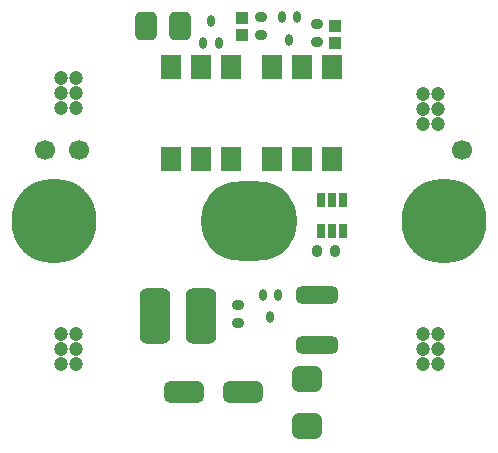
<source format=gts>
G04*
G04 #@! TF.GenerationSoftware,Altium Limited,Altium Designer,20.1.8 (145)*
G04*
G04 Layer_Color=8388736*
%FSTAX43Y43*%
%MOMM*%
G71*
G04*
G04 #@! TF.SameCoordinates,F520C443-D289-43A5-AF8C-D66C243BB58F*
G04*
G04*
G04 #@! TF.FilePolarity,Negative*
G04*
G01*
G75*
G04:AMPARAMS|DCode=16|XSize=4.8mm|YSize=2.6mm|CornerRadius=0.7mm|HoleSize=0mm|Usage=FLASHONLY|Rotation=270.000|XOffset=0mm|YOffset=0mm|HoleType=Round|Shape=RoundedRectangle|*
%AMROUNDEDRECTD16*
21,1,4.800,1.200,0,0,270.0*
21,1,3.400,2.600,0,0,270.0*
1,1,1.400,-0.600,-1.700*
1,1,1.400,-0.600,1.700*
1,1,1.400,0.600,1.700*
1,1,1.400,0.600,-1.700*
%
%ADD16ROUNDEDRECTD16*%
G04:AMPARAMS|DCode=17|XSize=1.8mm|YSize=3.4mm|CornerRadius=0.5mm|HoleSize=0mm|Usage=FLASHONLY|Rotation=90.000|XOffset=0mm|YOffset=0mm|HoleType=Round|Shape=RoundedRectangle|*
%AMROUNDEDRECTD17*
21,1,1.800,2.400,0,0,90.0*
21,1,0.800,3.400,0,0,90.0*
1,1,1.000,1.200,0.400*
1,1,1.000,1.200,-0.400*
1,1,1.000,-1.200,-0.400*
1,1,1.000,-1.200,0.400*
%
%ADD17ROUNDEDRECTD17*%
%ADD18R,1.000X1.050*%
G04:AMPARAMS|DCode=19|XSize=0.95mm|YSize=0.8mm|CornerRadius=0.25mm|HoleSize=0mm|Usage=FLASHONLY|Rotation=180.000|XOffset=0mm|YOffset=0mm|HoleType=Round|Shape=RoundedRectangle|*
%AMROUNDEDRECTD19*
21,1,0.950,0.300,0,0,180.0*
21,1,0.450,0.800,0,0,180.0*
1,1,0.500,-0.225,0.150*
1,1,0.500,0.225,0.150*
1,1,0.500,0.225,-0.150*
1,1,0.500,-0.225,-0.150*
%
%ADD19ROUNDEDRECTD19*%
G04:AMPARAMS|DCode=20|XSize=2.45mm|YSize=1.9mm|CornerRadius=0.525mm|HoleSize=0mm|Usage=FLASHONLY|Rotation=270.000|XOffset=0mm|YOffset=0mm|HoleType=Round|Shape=RoundedRectangle|*
%AMROUNDEDRECTD20*
21,1,2.450,0.850,0,0,270.0*
21,1,1.400,1.900,0,0,270.0*
1,1,1.050,-0.425,-0.700*
1,1,1.050,-0.425,0.700*
1,1,1.050,0.425,0.700*
1,1,1.050,0.425,-0.700*
%
%ADD20ROUNDEDRECTD20*%
%ADD21R,1.700X2.000*%
%ADD22R,0.800X1.300*%
G04:AMPARAMS|DCode=23|XSize=0.6mm|YSize=0.95mm|CornerRadius=0.2mm|HoleSize=0mm|Usage=FLASHONLY|Rotation=0.000|XOffset=0mm|YOffset=0mm|HoleType=Round|Shape=RoundedRectangle|*
%AMROUNDEDRECTD23*
21,1,0.600,0.550,0,0,0.0*
21,1,0.200,0.950,0,0,0.0*
1,1,0.400,0.100,-0.275*
1,1,0.400,-0.100,-0.275*
1,1,0.400,-0.100,0.275*
1,1,0.400,0.100,0.275*
%
%ADD23ROUNDEDRECTD23*%
G04:AMPARAMS|DCode=24|XSize=0.95mm|YSize=0.8mm|CornerRadius=0.25mm|HoleSize=0mm|Usage=FLASHONLY|Rotation=90.000|XOffset=0mm|YOffset=0mm|HoleType=Round|Shape=RoundedRectangle|*
%AMROUNDEDRECTD24*
21,1,0.950,0.300,0,0,90.0*
21,1,0.450,0.800,0,0,90.0*
1,1,0.500,0.150,0.225*
1,1,0.500,0.150,-0.225*
1,1,0.500,-0.150,-0.225*
1,1,0.500,-0.150,0.225*
%
%ADD24ROUNDEDRECTD24*%
G04:AMPARAMS|DCode=25|XSize=3.55mm|YSize=1.45mm|CornerRadius=0.413mm|HoleSize=0mm|Usage=FLASHONLY|Rotation=180.000|XOffset=0mm|YOffset=0mm|HoleType=Round|Shape=RoundedRectangle|*
%AMROUNDEDRECTD25*
21,1,3.550,0.625,0,0,180.0*
21,1,2.725,1.450,0,0,180.0*
1,1,0.825,-1.363,0.313*
1,1,0.825,1.363,0.313*
1,1,0.825,1.363,-0.313*
1,1,0.825,-1.363,-0.313*
%
%ADD25ROUNDEDRECTD25*%
G04:AMPARAMS|DCode=26|XSize=2.6mm|YSize=2.2mm|CornerRadius=0.6mm|HoleSize=0mm|Usage=FLASHONLY|Rotation=0.000|XOffset=0mm|YOffset=0mm|HoleType=Round|Shape=RoundedRectangle|*
%AMROUNDEDRECTD26*
21,1,2.600,1.000,0,0,0.0*
21,1,1.400,2.200,0,0,0.0*
1,1,1.200,0.700,-0.500*
1,1,1.200,-0.700,-0.500*
1,1,1.200,-0.700,0.500*
1,1,1.200,0.700,0.500*
%
%ADD26ROUNDEDRECTD26*%
%ADD27C,1.200*%
%ADD28C,1.700*%
%ADD29O,8.200X6.700*%
%ADD30C,7.200*%
D16*
X0101399Y0089554D02*
D03*
X0097499D02*
D03*
D17*
X0104895Y0083109D02*
D03*
X0099895D02*
D03*
D18*
X0112749Y0114079D02*
D03*
Y0112629D02*
D03*
X0104849Y0113329D02*
D03*
Y0114779D02*
D03*
D19*
X0106449Y0114804D02*
D03*
Y0113304D02*
D03*
X0104524Y0088929D02*
D03*
Y0090429D02*
D03*
X0111149Y0114204D02*
D03*
Y0112704D02*
D03*
D20*
X0096674Y0114054D02*
D03*
X0099624D02*
D03*
D21*
X0098832Y011059D02*
D03*
X0101372D02*
D03*
X0103912D02*
D03*
Y0102789D02*
D03*
X0101372D02*
D03*
X0098832D02*
D03*
X0107332Y011059D02*
D03*
X0109872D02*
D03*
X0112412D02*
D03*
Y0102789D02*
D03*
X0109872D02*
D03*
X0107332D02*
D03*
D22*
X0113399Y0096754D02*
D03*
X0112449D02*
D03*
X0111499D02*
D03*
Y0099354D02*
D03*
X0112449D02*
D03*
X0113399D02*
D03*
D23*
X0109499Y0114804D02*
D03*
X0108199D02*
D03*
X0108849Y0112904D02*
D03*
X0102199Y0114504D02*
D03*
X0102849Y0112604D02*
D03*
X0101549D02*
D03*
X0107224Y0089404D02*
D03*
X0106574Y0091304D02*
D03*
X0107874D02*
D03*
D24*
X0111199Y0095054D02*
D03*
X0112699D02*
D03*
D25*
X0111149Y0087029D02*
D03*
Y0091279D02*
D03*
D26*
X0110324Y0080229D02*
D03*
Y0084229D02*
D03*
D27*
X0120149Y0087974D02*
D03*
X0121419D02*
D03*
X0120149Y0086704D02*
D03*
X0121419D02*
D03*
X0120149Y0085434D02*
D03*
X0121419D02*
D03*
X0090749Y0107129D02*
D03*
X0089479D02*
D03*
X0090749Y0108399D02*
D03*
X0089479D02*
D03*
X0090749Y0109669D02*
D03*
X0089479D02*
D03*
Y0087979D02*
D03*
Y0086709D02*
D03*
X0090749D02*
D03*
X0089479Y0085439D02*
D03*
X0090749D02*
D03*
Y0087979D02*
D03*
X0121419Y0105809D02*
D03*
X0120149D02*
D03*
X0121419Y0107079D02*
D03*
X0120149D02*
D03*
X0121419Y0108349D02*
D03*
X0120149D02*
D03*
D28*
X0088149Y0103554D02*
D03*
X0091049D02*
D03*
X0123449D02*
D03*
D29*
X0105449Y0097554D02*
D03*
D30*
X0121949D02*
D03*
X0088949D02*
D03*
M02*

</source>
